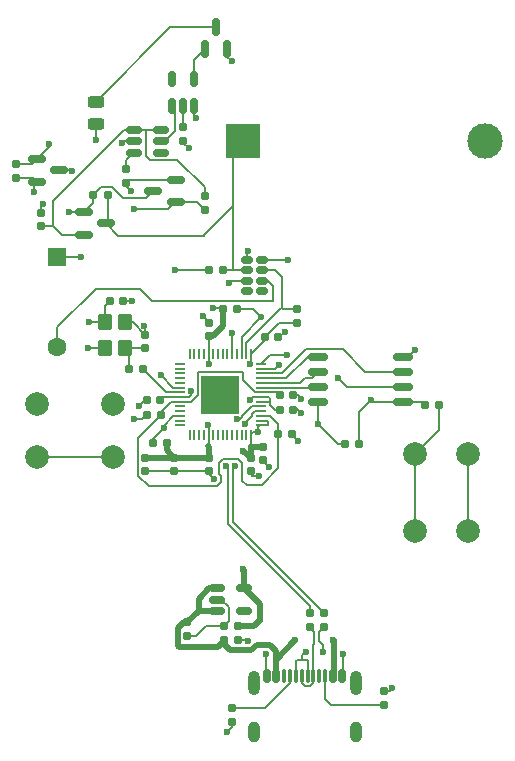
<source format=gbr>
%TF.GenerationSoftware,KiCad,Pcbnew,9.0.2*%
%TF.CreationDate,2025-07-31T20:28:33-07:00*%
%TF.ProjectId,TimeCapsule,54696d65-4361-4707-9375-6c652e6b6963,rev?*%
%TF.SameCoordinates,Original*%
%TF.FileFunction,Copper,L1,Top*%
%TF.FilePolarity,Positive*%
%FSLAX46Y46*%
G04 Gerber Fmt 4.6, Leading zero omitted, Abs format (unit mm)*
G04 Created by KiCad (PCBNEW 9.0.2) date 2025-07-31 20:28:33*
%MOMM*%
%LPD*%
G01*
G04 APERTURE LIST*
G04 Aperture macros list*
%AMRoundRect*
0 Rectangle with rounded corners*
0 $1 Rounding radius*
0 $2 $3 $4 $5 $6 $7 $8 $9 X,Y pos of 4 corners*
0 Add a 4 corners polygon primitive as box body*
4,1,4,$2,$3,$4,$5,$6,$7,$8,$9,$2,$3,0*
0 Add four circle primitives for the rounded corners*
1,1,$1+$1,$2,$3*
1,1,$1+$1,$4,$5*
1,1,$1+$1,$6,$7*
1,1,$1+$1,$8,$9*
0 Add four rect primitives between the rounded corners*
20,1,$1+$1,$2,$3,$4,$5,0*
20,1,$1+$1,$4,$5,$6,$7,0*
20,1,$1+$1,$6,$7,$8,$9,0*
20,1,$1+$1,$8,$9,$2,$3,0*%
G04 Aperture macros list end*
%TA.AperFunction,SMDPad,CuDef*%
%ADD10RoundRect,0.150000X-0.587500X-0.150000X0.587500X-0.150000X0.587500X0.150000X-0.587500X0.150000X0*%
%TD*%
%TA.AperFunction,SMDPad,CuDef*%
%ADD11RoundRect,0.150000X0.587500X0.150000X-0.587500X0.150000X-0.587500X-0.150000X0.587500X-0.150000X0*%
%TD*%
%TA.AperFunction,SMDPad,CuDef*%
%ADD12RoundRect,0.160000X-0.160000X0.197500X-0.160000X-0.197500X0.160000X-0.197500X0.160000X0.197500X0*%
%TD*%
%TA.AperFunction,ComponentPad*%
%ADD13C,2.000000*%
%TD*%
%TA.AperFunction,SMDPad,CuDef*%
%ADD14RoundRect,0.160000X0.197500X0.160000X-0.197500X0.160000X-0.197500X-0.160000X0.197500X-0.160000X0*%
%TD*%
%TA.AperFunction,ComponentPad*%
%ADD15RoundRect,0.250000X-0.550000X0.550000X-0.550000X-0.550000X0.550000X-0.550000X0.550000X0.550000X0*%
%TD*%
%TA.AperFunction,ComponentPad*%
%ADD16C,1.600000*%
%TD*%
%TA.AperFunction,SMDPad,CuDef*%
%ADD17RoundRect,0.155000X-0.155000X0.212500X-0.155000X-0.212500X0.155000X-0.212500X0.155000X0.212500X0*%
%TD*%
%TA.AperFunction,SMDPad,CuDef*%
%ADD18RoundRect,0.150000X-0.512500X-0.150000X0.512500X-0.150000X0.512500X0.150000X-0.512500X0.150000X0*%
%TD*%
%TA.AperFunction,SMDPad,CuDef*%
%ADD19RoundRect,0.155000X0.212500X0.155000X-0.212500X0.155000X-0.212500X-0.155000X0.212500X-0.155000X0*%
%TD*%
%TA.AperFunction,SMDPad,CuDef*%
%ADD20RoundRect,0.160000X0.160000X-0.197500X0.160000X0.197500X-0.160000X0.197500X-0.160000X-0.197500X0*%
%TD*%
%TA.AperFunction,SMDPad,CuDef*%
%ADD21RoundRect,0.050000X-0.050000X0.387500X-0.050000X-0.387500X0.050000X-0.387500X0.050000X0.387500X0*%
%TD*%
%TA.AperFunction,SMDPad,CuDef*%
%ADD22RoundRect,0.050000X-0.387500X0.050000X-0.387500X-0.050000X0.387500X-0.050000X0.387500X0.050000X0*%
%TD*%
%TA.AperFunction,HeatsinkPad*%
%ADD23R,3.200000X3.200000*%
%TD*%
%TA.AperFunction,SMDPad,CuDef*%
%ADD24RoundRect,0.155000X0.155000X-0.212500X0.155000X0.212500X-0.155000X0.212500X-0.155000X-0.212500X0*%
%TD*%
%TA.AperFunction,SMDPad,CuDef*%
%ADD25RoundRect,0.160000X-0.197500X-0.160000X0.197500X-0.160000X0.197500X0.160000X-0.197500X0.160000X0*%
%TD*%
%TA.AperFunction,SMDPad,CuDef*%
%ADD26RoundRect,0.162500X0.650000X0.162500X-0.650000X0.162500X-0.650000X-0.162500X0.650000X-0.162500X0*%
%TD*%
%TA.AperFunction,SMDPad,CuDef*%
%ADD27RoundRect,0.162500X0.312500X0.162500X-0.312500X0.162500X-0.312500X-0.162500X0.312500X-0.162500X0*%
%TD*%
%TA.AperFunction,SMDPad,CuDef*%
%ADD28RoundRect,0.150000X0.150000X-0.512500X0.150000X0.512500X-0.150000X0.512500X-0.150000X-0.512500X0*%
%TD*%
%TA.AperFunction,ComponentPad*%
%ADD29R,3.000000X3.000000*%
%TD*%
%TA.AperFunction,ComponentPad*%
%ADD30C,3.000000*%
%TD*%
%TA.AperFunction,SMDPad,CuDef*%
%ADD31RoundRect,0.243750X-0.456250X0.243750X-0.456250X-0.243750X0.456250X-0.243750X0.456250X0.243750X0*%
%TD*%
%TA.AperFunction,SMDPad,CuDef*%
%ADD32RoundRect,0.155000X-0.212500X-0.155000X0.212500X-0.155000X0.212500X0.155000X-0.212500X0.155000X0*%
%TD*%
%TA.AperFunction,SMDPad,CuDef*%
%ADD33RoundRect,0.250000X-0.350000X0.450000X-0.350000X-0.450000X0.350000X-0.450000X0.350000X0.450000X0*%
%TD*%
%TA.AperFunction,SMDPad,CuDef*%
%ADD34RoundRect,0.150000X0.150000X-0.587500X0.150000X0.587500X-0.150000X0.587500X-0.150000X-0.587500X0*%
%TD*%
%TA.AperFunction,SMDPad,CuDef*%
%ADD35RoundRect,0.150000X-0.150000X-0.425000X0.150000X-0.425000X0.150000X0.425000X-0.150000X0.425000X0*%
%TD*%
%TA.AperFunction,SMDPad,CuDef*%
%ADD36RoundRect,0.075000X-0.075000X-0.500000X0.075000X-0.500000X0.075000X0.500000X-0.075000X0.500000X0*%
%TD*%
%TA.AperFunction,HeatsinkPad*%
%ADD37O,1.000000X2.100000*%
%TD*%
%TA.AperFunction,HeatsinkPad*%
%ADD38O,1.000000X1.800000*%
%TD*%
%TA.AperFunction,ViaPad*%
%ADD39C,0.600000*%
%TD*%
%TA.AperFunction,Conductor*%
%ADD40C,0.200000*%
%TD*%
%TA.AperFunction,Conductor*%
%ADD41C,0.500000*%
%TD*%
%TA.AperFunction,Conductor*%
%ADD42C,0.150000*%
%TD*%
G04 APERTURE END LIST*
D10*
%TO.P,Q4,3,D*%
%TO.N,Net-(Q3-G)*%
X54875000Y-69450000D03*
%TO.P,Q4,2,S*%
%TO.N,GND*%
X53000000Y-70400000D03*
%TO.P,Q4,1,G*%
%TO.N,/BLINKER_RESET*%
X53000000Y-68500000D03*
%TD*%
D11*
%TO.P,Q3,1,G*%
%TO.N,Net-(Q3-G)*%
X64750000Y-72150000D03*
%TO.P,Q3,2,S*%
%TO.N,GND*%
X64750000Y-70250000D03*
%TO.P,Q3,3,D*%
%TO.N,Net-(D2-K)*%
X62875000Y-71200000D03*
%TD*%
D12*
%TO.P,R15,2*%
%TO.N,Net-(Q3-G)*%
X67250000Y-72847500D03*
%TO.P,R15,1*%
%TO.N,/V_BLINKER*%
X67250000Y-71652500D03*
%TD*%
D13*
%TO.P,SW2,1,1*%
%TO.N,GND*%
X53000000Y-89250000D03*
X59500000Y-89250000D03*
%TO.P,SW2,2,2*%
%TO.N,Net-(U1-RUN)*%
X53000000Y-93750000D03*
X59500000Y-93750000D03*
%TD*%
D12*
%TO.P,R16,1*%
%TO.N,/BLINKER_RESET*%
X51250000Y-68902500D03*
%TO.P,R16,2*%
%TO.N,GND*%
X51250000Y-70097500D03*
%TD*%
D14*
%TO.P,R14,1*%
%TO.N,+3V3*%
X64000000Y-92500000D03*
%TO.P,R14,2*%
%TO.N,Net-(U1-RUN)*%
X62805000Y-92500000D03*
%TD*%
D15*
%TO.P,D2,1,K*%
%TO.N,Net-(D2-K)*%
X54750000Y-76750000D03*
D16*
%TO.P,D2,2,A*%
%TO.N,/INT*%
X54750000Y-84370000D03*
%TD*%
D14*
%TO.P,R6,1*%
%TO.N,Net-(R6-Pad1)*%
X87095000Y-89300000D03*
%TO.P,R6,2*%
%TO.N,/QSPI_SS*%
X85900000Y-89300000D03*
%TD*%
%TO.P,R10,1*%
%TO.N,/BAT+*%
X58997500Y-71500000D03*
%TO.P,R10,2*%
%TO.N,Net-(D2-K)*%
X57802500Y-71500000D03*
%TD*%
D17*
%TO.P,C13,1*%
%TO.N,+5V*%
X65750000Y-107720000D03*
%TO.P,C13,2*%
%TO.N,Net-(U3-GND)*%
X65750000Y-108855000D03*
%TD*%
%TO.P,C1,1*%
%TO.N,+3V3*%
X62200000Y-93765000D03*
%TO.P,C1,2*%
%TO.N,GND*%
X62200000Y-94900000D03*
%TD*%
%TO.P,C7,1*%
%TO.N,+3V3*%
X72200000Y-92832500D03*
%TO.P,C7,2*%
%TO.N,GND*%
X72200000Y-93967500D03*
%TD*%
D18*
%TO.P,U2,1,VDD*%
%TO.N,/V_BLINKER*%
X61225000Y-66050000D03*
%TO.P,U2,2,GND*%
%TO.N,GND*%
X61225000Y-67000000D03*
%TO.P,U2,3,DELAY/M_DRV*%
%TO.N,Net-(U2-DELAY{slash}M_DRV)*%
X61225000Y-67950000D03*
%TO.P,U2,4,DONE*%
%TO.N,unconnected-(U2-DONE-Pad4)*%
X63500000Y-67950000D03*
%TO.P,U2,5,DRV*%
%TO.N,Net-(U2-DRV)*%
X63500000Y-67000000D03*
%TO.P,U2,6,EN/ONE_SHOT*%
%TO.N,/V_BLINKER*%
X63500000Y-66050000D03*
%TD*%
D19*
%TO.P,C3,1*%
%TO.N,+3V3*%
X63467500Y-88900000D03*
%TO.P,C3,2*%
%TO.N,GND*%
X62332500Y-88900000D03*
%TD*%
D17*
%TO.P,C17,1*%
%TO.N,GND*%
X53400000Y-73065000D03*
%TO.P,C17,2*%
%TO.N,/V_BLINKER*%
X53400000Y-74200000D03*
%TD*%
D19*
%TO.P,C16,1*%
%TO.N,GND*%
X60335000Y-80500000D03*
%TO.P,C16,2*%
%TO.N,/XIN*%
X59200000Y-80500000D03*
%TD*%
D20*
%TO.P,R3,1*%
%TO.N,/D+*%
X76100000Y-108102500D03*
%TO.P,R3,2*%
%TO.N,Net-(U1-USB_DP)*%
X76100000Y-106907500D03*
%TD*%
D21*
%TO.P,U1,1,IOVDD*%
%TO.N,+3V3*%
X71150000Y-85000000D03*
%TO.P,U1,2,GPIO0*%
%TO.N,/I2C0_SCL*%
X70750000Y-85000000D03*
%TO.P,U1,3,GPIO1*%
%TO.N,/I2C0_SDA*%
X70350000Y-85000000D03*
%TO.P,U1,4,GPIO2*%
%TO.N,/GPIO2*%
X69950000Y-85000000D03*
%TO.P,U1,5,GPIO3*%
%TO.N,/BLINKER_RESET*%
X69550000Y-85000000D03*
%TO.P,U1,6,GPIO4*%
%TO.N,unconnected-(U1-GPIO4-Pad6)*%
X69150000Y-85000000D03*
%TO.P,U1,7,GPIO5*%
%TO.N,unconnected-(U1-GPIO5-Pad7)*%
X68750000Y-85000000D03*
%TO.P,U1,8,GPIO6*%
%TO.N,unconnected-(U1-GPIO6-Pad8)*%
X68350000Y-85000000D03*
%TO.P,U1,9,GPIO7*%
%TO.N,unconnected-(U1-GPIO7-Pad9)*%
X67950000Y-85000000D03*
%TO.P,U1,10,IOVDD*%
%TO.N,+3V3*%
X67550000Y-85000000D03*
%TO.P,U1,11,GPIO8*%
%TO.N,unconnected-(U1-GPIO8-Pad11)*%
X67150000Y-85000000D03*
%TO.P,U1,12,GPIO9*%
%TO.N,unconnected-(U1-GPIO9-Pad12)*%
X66750000Y-85000000D03*
%TO.P,U1,13,GPIO10*%
%TO.N,unconnected-(U1-GPIO10-Pad13)*%
X66350000Y-85000000D03*
%TO.P,U1,14,GPIO11*%
%TO.N,unconnected-(U1-GPIO11-Pad14)*%
X65950000Y-85000000D03*
D22*
%TO.P,U1,15,GPIO12*%
%TO.N,unconnected-(U1-GPIO12-Pad15)*%
X65112500Y-85837500D03*
%TO.P,U1,16,GPIO13*%
%TO.N,unconnected-(U1-GPIO13-Pad16)*%
X65112500Y-86237500D03*
%TO.P,U1,17,GPIO14*%
%TO.N,unconnected-(U1-GPIO14-Pad17)*%
X65112500Y-86637500D03*
%TO.P,U1,18,GPIO15*%
%TO.N,unconnected-(U1-GPIO15-Pad18)*%
X65112500Y-87037500D03*
%TO.P,U1,19,TESTEN*%
%TO.N,unconnected-(U1-TESTEN-Pad19)*%
X65112500Y-87437500D03*
%TO.P,U1,20,XIN*%
%TO.N,/XIN*%
X65112500Y-87837500D03*
%TO.P,U1,21,XOUT*%
%TO.N,/XOUT*%
X65112500Y-88237500D03*
%TO.P,U1,22,IOVDD*%
%TO.N,+3V3*%
X65112500Y-88637500D03*
%TO.P,U1,23,DVDD*%
%TO.N,+1V1*%
X65112500Y-89037500D03*
%TO.P,U1,24,SWCLK*%
%TO.N,unconnected-(U1-SWCLK-Pad24)*%
X65112500Y-89437500D03*
%TO.P,U1,25,SWD*%
%TO.N,unconnected-(U1-SWD-Pad25)*%
X65112500Y-89837500D03*
%TO.P,U1,26,RUN*%
%TO.N,Net-(U1-RUN)*%
X65112500Y-90237500D03*
%TO.P,U1,27,GPIO16*%
%TO.N,unconnected-(U1-GPIO16-Pad27)*%
X65112500Y-90637500D03*
%TO.P,U1,28,GPIO17*%
%TO.N,unconnected-(U1-GPIO17-Pad28)*%
X65112500Y-91037500D03*
D21*
%TO.P,U1,29,GPIO18*%
%TO.N,unconnected-(U1-GPIO18-Pad29)*%
X65950000Y-91875000D03*
%TO.P,U1,30,GPIO19*%
%TO.N,unconnected-(U1-GPIO19-Pad30)*%
X66350000Y-91875000D03*
%TO.P,U1,31,GPIO20*%
%TO.N,unconnected-(U1-GPIO20-Pad31)*%
X66750000Y-91875000D03*
%TO.P,U1,32,GPIO21*%
%TO.N,unconnected-(U1-GPIO21-Pad32)*%
X67150000Y-91875000D03*
%TO.P,U1,33,IOVDD*%
%TO.N,+3V3*%
X67550000Y-91875000D03*
%TO.P,U1,34,GPIO22*%
%TO.N,unconnected-(U1-GPIO22-Pad34)*%
X67950000Y-91875000D03*
%TO.P,U1,35,GPIO23*%
%TO.N,unconnected-(U1-GPIO23-Pad35)*%
X68350000Y-91875000D03*
%TO.P,U1,36,GPIO24*%
%TO.N,unconnected-(U1-GPIO24-Pad36)*%
X68750000Y-91875000D03*
%TO.P,U1,37,GPIO25*%
%TO.N,unconnected-(U1-GPIO25-Pad37)*%
X69150000Y-91875000D03*
%TO.P,U1,38,GPIO26_ADC0*%
%TO.N,unconnected-(U1-GPIO26_ADC0-Pad38)*%
X69550000Y-91875000D03*
%TO.P,U1,39,GPIO27_ADC1*%
%TO.N,unconnected-(U1-GPIO27_ADC1-Pad39)*%
X69950000Y-91875000D03*
%TO.P,U1,40,GPIO28_ADC2*%
%TO.N,unconnected-(U1-GPIO28_ADC2-Pad40)*%
X70350000Y-91875000D03*
%TO.P,U1,41,GPIO29_ADC3*%
%TO.N,unconnected-(U1-GPIO29_ADC3-Pad41)*%
X70750000Y-91875000D03*
%TO.P,U1,42,IOVDD*%
%TO.N,+3V3*%
X71150000Y-91875000D03*
D22*
%TO.P,U1,43,ADC_AVDD*%
X71987500Y-91037500D03*
%TO.P,U1,44,VREG_IN*%
X71987500Y-90637500D03*
%TO.P,U1,45,VREG_VOUT*%
%TO.N,+1V1*%
X71987500Y-90237500D03*
%TO.P,U1,46,USB_DM*%
%TO.N,Net-(U1-USB_DM)*%
X71987500Y-89837500D03*
%TO.P,U1,47,USB_DP*%
%TO.N,Net-(U1-USB_DP)*%
X71987500Y-89437500D03*
%TO.P,U1,48,USB_VDD*%
%TO.N,+3V3*%
X71987500Y-89037500D03*
%TO.P,U1,49,IOVDD*%
X71987500Y-88637500D03*
%TO.P,U1,50,DVDD*%
%TO.N,+1V1*%
X71987500Y-88237500D03*
%TO.P,U1,51,QSPI_SD3*%
%TO.N,/QSPI_SD3*%
X71987500Y-87837500D03*
%TO.P,U1,52,QSPI_SCLK*%
%TO.N,/QSPI_SCLK*%
X71987500Y-87437500D03*
%TO.P,U1,53,QSPI_SD0*%
%TO.N,/QSPI_SD0*%
X71987500Y-87037500D03*
%TO.P,U1,54,QSPI_SD2*%
%TO.N,/QSPI_SD2*%
X71987500Y-86637500D03*
%TO.P,U1,55,QSPI_SD1*%
%TO.N,/QSPI_SD1*%
X71987500Y-86237500D03*
%TO.P,U1,56,QSPI_SS*%
%TO.N,/QSPI_SS*%
X71987500Y-85837500D03*
D23*
%TO.P,U1,57,GND*%
%TO.N,GND*%
X68550000Y-88437500D03*
%TD*%
D13*
%TO.P,SW1,1,1*%
%TO.N,GND*%
X89500000Y-93500000D03*
X89500000Y-100000000D03*
%TO.P,SW1,2,2*%
%TO.N,Net-(R6-Pad1)*%
X85000000Y-93500000D03*
X85000000Y-100000000D03*
%TD*%
D17*
%TO.P,C5,1*%
%TO.N,+3V3*%
X71100000Y-93800000D03*
%TO.P,C5,2*%
%TO.N,GND*%
X71100000Y-94935000D03*
%TD*%
%TO.P,C2,1*%
%TO.N,+3V3*%
X64600000Y-93765000D03*
%TO.P,C2,2*%
%TO.N,GND*%
X64600000Y-94900000D03*
%TD*%
D24*
%TO.P,C14,1*%
%TO.N,+3V3*%
X67600000Y-83500000D03*
%TO.P,C14,2*%
%TO.N,GND*%
X67600000Y-82365000D03*
%TD*%
D25*
%TO.P,R5,1*%
%TO.N,+3V3*%
X79100000Y-92600000D03*
%TO.P,R5,2*%
%TO.N,/QSPI_SS*%
X80295000Y-92600000D03*
%TD*%
D20*
%TO.P,R2,1*%
%TO.N,Net-(J1-CC2)*%
X82400000Y-114700000D03*
%TO.P,R2,2*%
%TO.N,GND*%
X82400000Y-113505000D03*
%TD*%
D26*
%TO.P,U5,1,~{CS}*%
%TO.N,/QSPI_SS*%
X83975000Y-89040000D03*
%TO.P,U5,2,DO/IO_{1}*%
%TO.N,/QSPI_SD1*%
X83975000Y-87770000D03*
%TO.P,U5,3,~{WP}/IO_{2}*%
%TO.N,/QSPI_SD2*%
X83975000Y-86500000D03*
%TO.P,U5,4,GND*%
%TO.N,GND*%
X83975000Y-85230000D03*
%TO.P,U5,5,DI/IO_{0}*%
%TO.N,/QSPI_SD0*%
X76800000Y-85230000D03*
%TO.P,U5,6,CLK*%
%TO.N,/QSPI_SCLK*%
X76800000Y-86500000D03*
%TO.P,U5,7,~{HOLD}/~{RESET}/IO_{3}*%
%TO.N,/QSPI_SD3*%
X76800000Y-87770000D03*
%TO.P,U5,8,VCC*%
%TO.N,+3V3*%
X76800000Y-89040000D03*
%TD*%
D20*
%TO.P,R4,1*%
%TO.N,/D-*%
X77300000Y-108100000D03*
%TO.P,R4,2*%
%TO.N,Net-(U1-USB_DM)*%
X77300000Y-106905000D03*
%TD*%
D19*
%TO.P,C11,1*%
%TO.N,+1V1*%
X63500000Y-90200000D03*
%TO.P,C11,2*%
%TO.N,GND*%
X62365000Y-90200000D03*
%TD*%
D27*
%TO.P,U4,1,CLKOUT*%
%TO.N,unconnected-(U4-CLKOUT-Pad1)*%
X72100000Y-79700000D03*
%TO.P,U4,2,~{INT}*%
%TO.N,/INT*%
X72100000Y-78800000D03*
%TO.P,U4,3,SCL*%
%TO.N,/I2C0_SCL*%
X72100000Y-77900000D03*
%TO.P,U4,4,SDA*%
%TO.N,/I2C0_SDA*%
X72100000Y-77000000D03*
%TO.P,U4,5,VSS*%
%TO.N,GND*%
X70800000Y-77000000D03*
%TO.P,U4,6,VBACKUP*%
%TO.N,/BAT+*%
X70800000Y-77900000D03*
%TO.P,U4,7,VDD*%
%TO.N,+3V3*%
X70800000Y-78800000D03*
%TO.P,U4,8,EVI*%
%TO.N,unconnected-(U4-EVI-Pad8)*%
X70800000Y-79700000D03*
%TD*%
D28*
%TO.P,U6,1*%
%TO.N,Net-(U2-DRV)*%
X64412500Y-63987500D03*
%TO.P,U6,2*%
%TO.N,/RP2040_LED_CTRL*%
X65362500Y-63987500D03*
%TO.P,U6,3,GND*%
%TO.N,GND*%
X66312500Y-63987500D03*
%TO.P,U6,4*%
%TO.N,Net-(Q2-G)*%
X66312500Y-61712500D03*
%TO.P,U6,5,VCC*%
%TO.N,+BATT*%
X64412500Y-61712500D03*
%TD*%
D25*
%TO.P,R7,1*%
%TO.N,Net-(C15-Pad2)*%
X60805000Y-86300000D03*
%TO.P,R7,2*%
%TO.N,/XOUT*%
X62000000Y-86300000D03*
%TD*%
D10*
%TO.P,Q1,1,G*%
%TO.N,Net-(D2-K)*%
X57000000Y-73000000D03*
%TO.P,Q1,2,S*%
%TO.N,/V_BLINKER*%
X57000000Y-74900000D03*
%TO.P,Q1,3,D*%
%TO.N,/BAT+*%
X58875000Y-73950000D03*
%TD*%
D18*
%TO.P,U3,1,VIN*%
%TO.N,+5V*%
X68284556Y-104850000D03*
%TO.P,U3,2,GND*%
%TO.N,Net-(U3-GND)*%
X68284556Y-105800000D03*
%TO.P,U3,3,EN*%
%TO.N,+5V*%
X68284556Y-106750000D03*
%TO.P,U3,4,NC*%
%TO.N,unconnected-(U3-NC-Pad4)*%
X70559556Y-106750000D03*
%TO.P,U3,5,VOUT*%
%TO.N,+3V3*%
X70559556Y-104850000D03*
%TD*%
D29*
%TO.P,BT1,1,+*%
%TO.N,/BAT+*%
X70500000Y-67000000D03*
D30*
%TO.P,BT1,2,-*%
%TO.N,GND*%
X90990000Y-67000000D03*
%TD*%
D31*
%TO.P,D1,1,K*%
%TO.N,Net-(D1-K)*%
X58000000Y-63625000D03*
%TO.P,D1,2,A*%
%TO.N,Net-(D1-A)*%
X58000000Y-65500000D03*
%TD*%
D32*
%TO.P,C8,1*%
%TO.N,+3V3*%
X73600000Y-89700000D03*
%TO.P,C8,2*%
%TO.N,GND*%
X74735000Y-89700000D03*
%TD*%
D12*
%TO.P,R1,1*%
%TO.N,Net-(J1-CC1)*%
X69500000Y-115002500D03*
%TO.P,R1,2*%
%TO.N,GND*%
X69500000Y-116197500D03*
%TD*%
D33*
%TO.P,Y1,1*%
%TO.N,/XIN*%
X58800000Y-82300000D03*
%TO.P,Y1,2,GND*%
%TO.N,GND*%
X58800000Y-84500000D03*
%TO.P,Y1,3*%
%TO.N,Net-(C15-Pad2)*%
X60500000Y-84500000D03*
%TO.P,Y1,4,GND__1*%
%TO.N,GND*%
X60500000Y-82300000D03*
%TD*%
D32*
%TO.P,C12,1*%
%TO.N,+5V*%
X68865000Y-109250000D03*
%TO.P,C12,2*%
%TO.N,GND*%
X70000000Y-109250000D03*
%TD*%
%TO.P,C9,1*%
%TO.N,+1V1*%
X73602500Y-88512500D03*
%TO.P,C9,2*%
%TO.N,GND*%
X74737500Y-88512500D03*
%TD*%
%TO.P,C4,1*%
%TO.N,+3V3*%
X72300000Y-83600000D03*
%TO.P,C4,2*%
%TO.N,GND*%
X73435000Y-83600000D03*
%TD*%
D17*
%TO.P,C15,1*%
%TO.N,GND*%
X62200000Y-83365000D03*
%TO.P,C15,2*%
%TO.N,Net-(C15-Pad2)*%
X62200000Y-84500000D03*
%TD*%
%TO.P,C6,1*%
%TO.N,+3V3*%
X67600000Y-93800000D03*
%TO.P,C6,2*%
%TO.N,GND*%
X67600000Y-94935000D03*
%TD*%
D20*
%TO.P,R8,1*%
%TO.N,+3V3*%
X75000000Y-82397500D03*
%TO.P,R8,2*%
%TO.N,/I2C0_SCL*%
X75000000Y-81202500D03*
%TD*%
%TO.P,R11,1*%
%TO.N,GND*%
X60600000Y-70495000D03*
%TO.P,R11,2*%
%TO.N,Net-(U2-DELAY{slash}M_DRV)*%
X60600000Y-69300000D03*
%TD*%
%TO.P,R12,1*%
%TO.N,GND*%
X65400000Y-66995000D03*
%TO.P,R12,2*%
%TO.N,/RP2040_LED_CTRL*%
X65400000Y-65800000D03*
%TD*%
D14*
%TO.P,R9,1*%
%TO.N,/I2C0_SDA*%
X69995000Y-81200000D03*
%TO.P,R9,2*%
%TO.N,+3V3*%
X68800000Y-81200000D03*
%TD*%
D34*
%TO.P,Q2,1,G*%
%TO.N,Net-(Q2-G)*%
X67250000Y-59175000D03*
%TO.P,Q2,2,S*%
%TO.N,GND*%
X69150000Y-59175000D03*
%TO.P,Q2,3,D*%
%TO.N,Net-(D1-K)*%
X68200000Y-57300000D03*
%TD*%
D35*
%TO.P,J1,A1,GND*%
%TO.N,GND*%
X72480000Y-112270000D03*
%TO.P,J1,A4,VBUS*%
%TO.N,+5V*%
X73280000Y-112270000D03*
D36*
%TO.P,J1,A5,CC1*%
%TO.N,Net-(J1-CC1)*%
X74430000Y-112270000D03*
%TO.P,J1,A6,D+*%
%TO.N,/D+*%
X75430000Y-112270000D03*
%TO.P,J1,A7,D-*%
%TO.N,/D-*%
X75930000Y-112270000D03*
%TO.P,J1,A8*%
%TO.N,N/C*%
X76930000Y-112270000D03*
D35*
%TO.P,J1,A9,VBUS*%
%TO.N,+5V*%
X78080000Y-112270000D03*
%TO.P,J1,A12,GND*%
%TO.N,GND*%
X78880000Y-112270000D03*
%TO.P,J1,B1,GND*%
X78880000Y-112270000D03*
%TO.P,J1,B4,VBUS*%
%TO.N,+5V*%
X78080000Y-112270000D03*
D36*
%TO.P,J1,B5,CC2*%
%TO.N,Net-(J1-CC2)*%
X77430000Y-112270000D03*
%TO.P,J1,B6,D+*%
%TO.N,/D+*%
X76430000Y-112270000D03*
%TO.P,J1,B7,D-*%
%TO.N,/D-*%
X74930000Y-112270000D03*
%TO.P,J1,B8*%
%TO.N,N/C*%
X73930000Y-112270000D03*
D35*
%TO.P,J1,B9,VBUS*%
%TO.N,+5V*%
X73280000Y-112270000D03*
%TO.P,J1,B12,GND*%
%TO.N,GND*%
X72480000Y-112270000D03*
D37*
%TO.P,J1,S1,SHIELD*%
%TO.N,unconnected-(J1-SHIELD-PadS1)*%
X71360000Y-112845000D03*
D38*
X71360000Y-117025000D03*
D37*
X80000000Y-112845000D03*
D38*
X80000000Y-117025000D03*
%TD*%
D19*
%TO.P,C18,1*%
%TO.N,+3V3*%
X70000000Y-108000000D03*
%TO.P,C18,2*%
%TO.N,Net-(U3-GND)*%
X68865000Y-108000000D03*
%TD*%
D32*
%TO.P,C10,1*%
%TO.N,+1V1*%
X73465000Y-91800000D03*
%TO.P,C10,2*%
%TO.N,GND*%
X74600000Y-91800000D03*
%TD*%
D14*
%TO.P,R13,1*%
%TO.N,/BAT+*%
X68800000Y-77900000D03*
%TO.P,R13,2*%
%TO.N,Net-(D1-A)*%
X67605000Y-77900000D03*
%TD*%
D39*
%TO.N,/BLINKER_RESET*%
X54000000Y-67250000D03*
X69500000Y-83250000D03*
%TO.N,GND*%
X52750000Y-71250000D03*
%TO.N,Net-(Q3-G)*%
X61250000Y-72750000D03*
X56000000Y-69500000D03*
%TO.N,Net-(D2-K)*%
X55750000Y-73000000D03*
X56750000Y-76750000D03*
%TO.N,Net-(U1-RUN)*%
X63750000Y-91250000D03*
%TO.N,Net-(D1-A)*%
X64700000Y-77900000D03*
X58000000Y-66900000D03*
%TO.N,/QSPI_SS*%
X74200000Y-85100000D03*
X81300000Y-88900000D03*
%TO.N,/I2C0_SDA*%
X72000000Y-81900000D03*
X74300000Y-77000000D03*
%TO.N,+3V3*%
X67900000Y-81100000D03*
X69300000Y-79000000D03*
X70500000Y-103200000D03*
X71050001Y-85878304D03*
X67538436Y-91053254D03*
X70500000Y-93200000D03*
X66049000Y-88101000D03*
X67549820Y-85812840D03*
X71035627Y-88864326D03*
X76800000Y-90900000D03*
X71700000Y-91570000D03*
%TO.N,/XIN*%
X63500000Y-86800000D03*
X57400000Y-82300000D03*
%TO.N,/QSPI_SD1*%
X73500000Y-85900000D03*
X78500000Y-87000000D03*
%TO.N,GND*%
X75400000Y-88800000D03*
X70900000Y-109300000D03*
X65900000Y-67600000D03*
X75387500Y-89987500D03*
X74000000Y-83100000D03*
X69100000Y-117000000D03*
X83100000Y-113300000D03*
X62100000Y-82600000D03*
X75100000Y-92400000D03*
X72700000Y-94600000D03*
X68600000Y-88500000D03*
X66500000Y-65000000D03*
X67100000Y-81800000D03*
X85000000Y-84700000D03*
X61700000Y-89400000D03*
X53500000Y-72300000D03*
X61250000Y-90500000D03*
X60200000Y-67100000D03*
X57300000Y-84500000D03*
X78900000Y-110400000D03*
X61000000Y-71200000D03*
X72400000Y-110400000D03*
X61100000Y-80500000D03*
X68000000Y-95600000D03*
X70900000Y-76300000D03*
X71800000Y-95350000D03*
X69500000Y-60200000D03*
%TO.N,/D-*%
X75800000Y-110200000D03*
X77200000Y-110200000D03*
%TO.N,+5V*%
X78100000Y-109200000D03*
X74900000Y-109200000D03*
%TO.N,Net-(U1-USB_DP)*%
X69932607Y-90537500D03*
X69000000Y-94500000D03*
%TO.N,Net-(U1-USB_DM)*%
X70622332Y-90942819D03*
X69800000Y-94500000D03*
%TD*%
D40*
%TO.N,/INT*%
X54750000Y-84370000D02*
X54750000Y-82750000D01*
X58000000Y-79500000D02*
X61750000Y-79500000D01*
X54750000Y-82750000D02*
X58000000Y-79500000D01*
X61750000Y-79500000D02*
X62750000Y-80500000D01*
X73000000Y-80500000D02*
X62750000Y-80500000D01*
X72100000Y-78800000D02*
X72574999Y-78800000D01*
X72574999Y-78800000D02*
X73000000Y-79225001D01*
X73000000Y-79225001D02*
X73000000Y-80500000D01*
%TO.N,/BLINKER_RESET*%
X54000000Y-67250000D02*
X54000000Y-67500000D01*
X54000000Y-67500000D02*
X53000000Y-68500000D01*
X69550000Y-85000000D02*
X69550000Y-83300000D01*
X69550000Y-83300000D02*
X69500000Y-83250000D01*
%TO.N,GND*%
X52750000Y-71250000D02*
X52750000Y-70500000D01*
X52750000Y-70500000D02*
X52850000Y-70400000D01*
X52850000Y-70400000D02*
X53000000Y-70400000D01*
X51250000Y-70097500D02*
X52697500Y-70097500D01*
X52697500Y-70097500D02*
X53000000Y-70400000D01*
%TO.N,/BLINKER_RESET*%
X51250000Y-68902500D02*
X52597500Y-68902500D01*
X52597500Y-68902500D02*
X53000000Y-68500000D01*
%TO.N,Net-(Q3-G)*%
X61250000Y-72750000D02*
X64150000Y-72750000D01*
X64150000Y-72750000D02*
X64750000Y-72150000D01*
X55950000Y-69450000D02*
X56000000Y-69500000D01*
X54625000Y-69450000D02*
X55950000Y-69450000D01*
X64750000Y-72150000D02*
X66552500Y-72150000D01*
X66552500Y-72150000D02*
X67250000Y-72847500D01*
%TO.N,Net-(D2-K)*%
X59390386Y-70879000D02*
X60312386Y-71801000D01*
X60312386Y-71801000D02*
X62274000Y-71801000D01*
X62274000Y-71801000D02*
X62875000Y-71200000D01*
%TO.N,/V_BLINKER*%
X61225000Y-66050000D02*
X62250000Y-66050000D01*
X67250000Y-71652500D02*
X67250000Y-70900057D01*
X67250000Y-70900057D02*
X64900943Y-68551000D01*
X64900943Y-68551000D02*
X62551000Y-68551000D01*
X62250000Y-68250000D02*
X62250000Y-66050000D01*
X62551000Y-68551000D02*
X62250000Y-68250000D01*
%TO.N,Net-(D2-K)*%
X59390386Y-70879000D02*
X58423500Y-70879000D01*
X58423500Y-70879000D02*
X58086050Y-71216450D01*
X54750000Y-76750000D02*
X56750000Y-76750000D01*
X55750000Y-73000000D02*
X56599000Y-73000000D01*
D41*
%TO.N,+3V3*%
X64000000Y-92500000D02*
X64000000Y-93165000D01*
X64000000Y-93165000D02*
X64600000Y-93765000D01*
D40*
%TO.N,Net-(U1-RUN)*%
X62805000Y-92500000D02*
X62805000Y-92195000D01*
X62805000Y-92195000D02*
X63750000Y-91250000D01*
%TO.N,GND*%
X62200000Y-90200000D02*
X61900000Y-90500000D01*
X61900000Y-90500000D02*
X61250000Y-90500000D01*
%TO.N,Net-(U1-RUN)*%
X63750000Y-91250000D02*
X63750000Y-91064726D01*
X63750000Y-91064726D02*
X64577226Y-90237500D01*
X64577226Y-90237500D02*
X65112500Y-90237500D01*
X53000000Y-93750000D02*
X59500000Y-93750000D01*
%TO.N,Net-(D1-K)*%
X58000000Y-63625000D02*
X64325000Y-57300000D01*
X64325000Y-57300000D02*
X68200000Y-57300000D01*
%TO.N,Net-(D1-A)*%
X58000000Y-65500000D02*
X58000000Y-66900000D01*
X64700000Y-77900000D02*
X67605000Y-77900000D01*
%TO.N,/QSPI_SS*%
X81300000Y-88900000D02*
X81440000Y-89040000D01*
X83975000Y-89040000D02*
X85640000Y-89040000D01*
X72725000Y-85100000D02*
X74200000Y-85100000D01*
X71987500Y-85837500D02*
X72725000Y-85100000D01*
X80295000Y-89905000D02*
X81300000Y-88900000D01*
X80295000Y-92600000D02*
X80295000Y-89905000D01*
X85640000Y-89040000D02*
X85900000Y-89300000D01*
X81440000Y-89040000D02*
X83975000Y-89040000D01*
%TO.N,/QSPI_SD0*%
X74122464Y-87037500D02*
X71987500Y-87037500D01*
X75929964Y-85230000D02*
X74122464Y-87037500D01*
X76800000Y-85230000D02*
X75929964Y-85230000D01*
%TO.N,+1V1*%
X68601000Y-95351057D02*
X68601000Y-95848943D01*
X70048943Y-93899000D02*
X68751057Y-93899000D01*
X66091246Y-89037500D02*
X65112500Y-89037500D01*
X71452226Y-88237500D02*
X70451000Y-87236274D01*
X70401000Y-94251057D02*
X70048943Y-93899000D01*
X68399000Y-94251057D02*
X68399000Y-95149057D01*
X66649000Y-88479746D02*
X66091246Y-89037500D01*
X66649000Y-86536500D02*
X66649000Y-88479746D01*
X70775999Y-96100000D02*
X70401000Y-95725001D01*
X72049943Y-96100000D02*
X70775999Y-96100000D01*
X68751057Y-93899000D02*
X68399000Y-94251057D01*
D42*
X63500000Y-90200000D02*
X63500000Y-90150080D01*
D40*
X68248943Y-96201000D02*
X62484324Y-96201000D01*
X62484324Y-96201000D02*
X61589000Y-95305676D01*
X68601000Y-95848943D02*
X68248943Y-96201000D01*
X63500000Y-89890000D02*
X64352500Y-89037500D01*
X70401000Y-95725001D02*
X70401000Y-94251057D01*
X70451000Y-86536500D02*
X66649000Y-86536500D01*
X71987500Y-88237500D02*
X73327500Y-88237500D01*
X72737500Y-90237500D02*
X73465000Y-90965000D01*
X73465000Y-94684943D02*
X72049943Y-96100000D01*
X73465000Y-90965000D02*
X73465000Y-91800000D01*
X68399000Y-95149057D02*
X68601000Y-95351057D01*
X61589000Y-92111000D02*
X63500000Y-90200000D01*
X71987500Y-90237500D02*
X72737500Y-90237500D01*
X63500000Y-90200000D02*
X63500000Y-89890000D01*
X73327500Y-88237500D02*
X73602500Y-88512500D01*
X73465000Y-91800000D02*
X73465000Y-94684943D01*
X61589000Y-95305676D02*
X61589000Y-92111000D01*
X64352500Y-89037500D02*
X65112500Y-89037500D01*
X71987500Y-88237500D02*
X71452226Y-88237500D01*
X70451000Y-87236274D02*
X70451000Y-86536500D01*
%TO.N,/QSPI_SD2*%
X73762500Y-86637500D02*
X75800000Y-84600000D01*
X78900000Y-84600000D02*
X80800000Y-86500000D01*
X75800000Y-84600000D02*
X78900000Y-84600000D01*
X71987500Y-86637500D02*
X73762500Y-86637500D01*
X80800000Y-86500000D02*
X83975000Y-86500000D01*
%TO.N,/QSPI_SD3*%
X76732500Y-87837500D02*
X71987500Y-87837500D01*
D42*
X76800000Y-87770000D02*
X76732500Y-87837500D01*
D40*
%TO.N,/I2C0_SDA*%
X70350000Y-83550000D02*
X72000000Y-81900000D01*
D42*
X69995000Y-81200000D02*
X71300000Y-81200000D01*
D40*
X74300000Y-77000000D02*
X72100000Y-77000000D01*
X70350000Y-85000000D02*
X70350000Y-83550000D01*
D42*
X71300000Y-81200000D02*
X72000000Y-81900000D01*
D40*
%TO.N,/QSPI_SCLK*%
X71987500Y-87437500D02*
X75262500Y-87437500D01*
X75262500Y-87437500D02*
X75700000Y-87000000D01*
D42*
X76632864Y-86500000D02*
X76800000Y-86500000D01*
D40*
X76300000Y-87000000D02*
X76800000Y-86500000D01*
X75700000Y-87000000D02*
X76300000Y-87000000D01*
D41*
%TO.N,+3V3*%
X67910000Y-83500000D02*
X67600000Y-83500000D01*
D42*
X66049000Y-88101000D02*
X66050000Y-88102000D01*
X72300000Y-83850000D02*
X72300000Y-83600000D01*
X71150000Y-93750000D02*
X71100000Y-93800000D01*
X67600000Y-93750000D02*
X67550000Y-93700000D01*
D40*
X72600000Y-90700000D02*
X72537500Y-90637500D01*
X72774960Y-88774960D02*
X72774960Y-89100000D01*
D42*
X67900000Y-81100000D02*
X68700000Y-81100000D01*
D40*
X67550000Y-83550000D02*
X67550000Y-85000000D01*
X63730000Y-88637500D02*
X65112500Y-88637500D01*
X66050000Y-88102000D02*
X66050000Y-88511646D01*
D42*
X67550000Y-92750000D02*
X67500000Y-92800000D01*
D40*
X65924146Y-88637500D02*
X65112500Y-88637500D01*
X72774960Y-89325040D02*
X73149920Y-89700000D01*
X73502500Y-82397500D02*
X72300000Y-83600000D01*
D42*
X71700000Y-91570000D02*
X71700000Y-91200000D01*
X69500000Y-78800000D02*
X69300000Y-79000000D01*
D41*
X71132500Y-92832500D02*
X71100000Y-92800000D01*
X71900000Y-107600000D02*
X71800000Y-107600000D01*
X71100000Y-93800000D02*
X70500000Y-93200000D01*
X71100000Y-92800000D02*
X71100000Y-93800000D01*
D40*
X71050001Y-85878304D02*
X71150000Y-85778305D01*
X75000000Y-82397500D02*
X73502500Y-82397500D01*
D42*
X71862500Y-91037500D02*
X71987500Y-91037500D01*
X71150000Y-92750000D02*
X71100000Y-92800000D01*
D41*
X70559556Y-103259556D02*
X70500000Y-103200000D01*
D42*
X67600000Y-83500000D02*
X67550000Y-83550000D01*
D40*
X71150000Y-85000000D02*
X72300000Y-83850000D01*
D42*
X71330000Y-91570000D02*
X71150000Y-91750000D01*
D40*
X72712460Y-89037500D02*
X72774960Y-89100000D01*
D41*
X67565000Y-93765000D02*
X67600000Y-93800000D01*
D40*
X66050000Y-88511646D02*
X65924146Y-88637500D01*
X71035627Y-88831729D02*
X71229856Y-88637500D01*
X67550000Y-85000000D02*
X67550000Y-85812660D01*
D41*
X67500000Y-92800000D02*
X67600000Y-92900000D01*
D42*
X68700000Y-81100000D02*
X68800000Y-81200000D01*
D40*
X71987500Y-91037500D02*
X72562500Y-91037500D01*
D42*
X67550000Y-91064818D02*
X67538436Y-91053254D01*
D41*
X72200000Y-92832500D02*
X71132500Y-92832500D01*
X68800000Y-81200000D02*
X68800000Y-82610000D01*
D40*
X71150000Y-85778305D02*
X71150000Y-85000000D01*
D42*
X67600000Y-93800000D02*
X67550000Y-93750000D01*
D40*
X72637500Y-88637500D02*
X72774960Y-88774960D01*
X72562500Y-91037500D02*
X72600000Y-91000000D01*
D41*
X62200000Y-93765000D02*
X67565000Y-93765000D01*
D40*
X71229856Y-88637500D02*
X71987500Y-88637500D01*
X72600000Y-91000000D02*
X72600000Y-90700000D01*
D42*
X67550000Y-93700000D02*
X67550000Y-93850000D01*
D41*
X71400000Y-108000000D02*
X70000000Y-108000000D01*
D42*
X70800000Y-78800000D02*
X69500000Y-78800000D01*
D40*
X72774960Y-89100000D02*
X72774960Y-89325040D01*
X71987500Y-89037500D02*
X72712460Y-89037500D01*
D41*
X68800000Y-82610000D02*
X67910000Y-83500000D01*
D40*
X63467500Y-88900000D02*
X63730000Y-88637500D01*
D41*
X70559556Y-104850000D02*
X71900000Y-106190444D01*
D42*
X71035627Y-88864326D02*
X71035627Y-88831729D01*
D40*
X76800000Y-89040000D02*
X76800000Y-90900000D01*
D41*
X67600000Y-92900000D02*
X67600000Y-93800000D01*
D40*
X67550000Y-91875000D02*
X67550000Y-91064818D01*
D42*
X67550000Y-85812660D02*
X67549820Y-85812840D01*
D40*
X71700000Y-91200000D02*
X71862500Y-91037500D01*
D42*
X71150000Y-91750000D02*
X71150000Y-91875000D01*
D40*
X67550000Y-91875000D02*
X67550000Y-92750000D01*
D41*
X70559556Y-104850000D02*
X70559556Y-103259556D01*
D42*
X73600000Y-89700000D02*
X73637500Y-89662500D01*
D40*
X73149920Y-89700000D02*
X73600000Y-89700000D01*
X71150000Y-91875000D02*
X71150000Y-92750000D01*
X71987500Y-88637500D02*
X72637500Y-88637500D01*
D41*
X71900000Y-106190444D02*
X71900000Y-107600000D01*
D40*
X78500000Y-92600000D02*
X79100000Y-92600000D01*
X72537500Y-90637500D02*
X71987500Y-90637500D01*
X76800000Y-90900000D02*
X78500000Y-92600000D01*
D42*
X71700000Y-91570000D02*
X71330000Y-91570000D01*
D41*
X71800000Y-107600000D02*
X71400000Y-108000000D01*
D40*
%TO.N,/I2C0_SCL*%
X73681322Y-81118678D02*
X73800000Y-81118678D01*
X73200000Y-77900000D02*
X73800000Y-78500000D01*
X73800000Y-78500000D02*
X73800000Y-81118678D01*
X73883822Y-81202500D02*
X73800000Y-81118678D01*
X70750000Y-84050000D02*
X73681322Y-81118678D01*
X72100000Y-77900000D02*
X73200000Y-77900000D01*
X75000000Y-81202500D02*
X73883822Y-81202500D01*
X70750000Y-85000000D02*
X70750000Y-84050000D01*
D42*
%TO.N,/XIN*%
X58800000Y-82300000D02*
X57400000Y-82300000D01*
D40*
X64537500Y-87837500D02*
X65112500Y-87837500D01*
D42*
X58800000Y-82300000D02*
X58800000Y-80900000D01*
D40*
X63500000Y-86800000D02*
X64537500Y-87837500D01*
D42*
X58800000Y-80900000D02*
X59200000Y-80500000D01*
D40*
%TO.N,/QSPI_SD1*%
X79270000Y-87770000D02*
X78500000Y-87000000D01*
X73162500Y-86237500D02*
X71987500Y-86237500D01*
X83975000Y-87770000D02*
X79270000Y-87770000D01*
X73500000Y-85900000D02*
X73162500Y-86237500D01*
%TO.N,GND*%
X61225000Y-67000000D02*
X60300000Y-67000000D01*
X89500000Y-93500000D02*
X89500000Y-100000000D01*
X71250000Y-95350000D02*
X71100000Y-95200000D01*
D42*
X70900000Y-109300000D02*
X70700000Y-109300000D01*
X72430000Y-110430000D02*
X72400000Y-110400000D01*
D40*
X74600000Y-91900000D02*
X75100000Y-92400000D01*
X78930000Y-110430000D02*
X78900000Y-110400000D01*
X65400000Y-67100000D02*
X65900000Y-67600000D01*
D42*
X71100000Y-95200000D02*
X71100000Y-94935000D01*
D40*
X62200000Y-94900000D02*
X67565000Y-94900000D01*
D42*
X70700000Y-109300000D02*
X70650000Y-109250000D01*
D40*
X69150000Y-59175000D02*
X69150000Y-59850000D01*
D42*
X74772500Y-89712500D02*
X74912500Y-89712500D01*
X68550000Y-88437500D02*
X68550000Y-88450000D01*
D40*
X74737500Y-88512500D02*
X75112500Y-88512500D01*
D42*
X60300000Y-67000000D02*
X60200000Y-67100000D01*
X70650000Y-109250000D02*
X70000000Y-109250000D01*
D40*
X82400000Y-113505000D02*
X82895000Y-113505000D01*
D42*
X70800000Y-77000000D02*
X70800000Y-76400000D01*
X60500000Y-82300000D02*
X61135000Y-82300000D01*
X73435000Y-83600000D02*
X73500000Y-83600000D01*
D40*
X60600000Y-70800000D02*
X61000000Y-71200000D01*
D42*
X53400000Y-73065000D02*
X53400000Y-72400000D01*
X72200000Y-93967500D02*
X72200000Y-94100000D01*
D40*
X69150000Y-59850000D02*
X69500000Y-60200000D01*
D42*
X72430000Y-111905000D02*
X72430000Y-110430000D01*
X65400000Y-66995000D02*
X65400000Y-67100000D01*
D40*
X75112500Y-88512500D02*
X75400000Y-88800000D01*
X67600000Y-95200000D02*
X68000000Y-95600000D01*
X78930000Y-111905000D02*
X78930000Y-110430000D01*
D42*
X60600000Y-70495000D02*
X60600000Y-70800000D01*
D40*
X66312500Y-63987500D02*
X66312500Y-64812500D01*
D42*
X68550000Y-88450000D02*
X68600000Y-88500000D01*
X74887500Y-89662500D02*
X74772500Y-89662500D01*
X83975000Y-85230000D02*
X84470000Y-85230000D01*
D40*
X67600000Y-82300000D02*
X67100000Y-81800000D01*
D42*
X67600000Y-82300000D02*
X67600000Y-82365000D01*
D40*
X71800000Y-95350000D02*
X71250000Y-95350000D01*
D42*
X62365000Y-90200000D02*
X62200000Y-90200000D01*
X84470000Y-85230000D02*
X85000000Y-84700000D01*
X62200000Y-82700000D02*
X62100000Y-82600000D01*
D40*
X66312500Y-64812500D02*
X66500000Y-65000000D01*
X74600000Y-91800000D02*
X74600000Y-91900000D01*
D42*
X73600000Y-83600000D02*
X73435000Y-83600000D01*
X70000000Y-109250000D02*
X70000000Y-109475000D01*
D40*
X82895000Y-113505000D02*
X83100000Y-113300000D01*
D42*
X58800000Y-84500000D02*
X57300000Y-84500000D01*
D40*
X67565000Y-94900000D02*
X67600000Y-94935000D01*
X73500000Y-83600000D02*
X74000000Y-83100000D01*
D42*
X62200000Y-88900000D02*
X62332500Y-88900000D01*
D40*
X72200000Y-94100000D02*
X72700000Y-94600000D01*
X69500000Y-116197500D02*
X69500000Y-116600000D01*
D42*
X72365000Y-111840000D02*
X72430000Y-111905000D01*
D40*
X69500000Y-116600000D02*
X69100000Y-117000000D01*
D42*
X62200000Y-83365000D02*
X62200000Y-82700000D01*
D40*
X62200000Y-88900000D02*
X61700000Y-89400000D01*
X74900000Y-89500000D02*
X75387500Y-89987500D01*
D42*
X70800000Y-76400000D02*
X70900000Y-76300000D01*
X60335000Y-80500000D02*
X61100000Y-80500000D01*
X61135000Y-82300000D02*
X62200000Y-83365000D01*
X67600000Y-94935000D02*
X67600000Y-95200000D01*
X53400000Y-72400000D02*
X53500000Y-72300000D01*
X62365000Y-90235000D02*
X62365000Y-90200000D01*
D40*
%TO.N,/XOUT*%
X65112500Y-88237500D02*
X63937500Y-88237500D01*
X63937500Y-88237500D02*
X62000000Y-86300000D01*
%TO.N,Net-(U2-DELAY{slash}M_DRV)*%
X60600000Y-68575000D02*
X60600000Y-69300000D01*
X61225000Y-67950000D02*
X60600000Y-68575000D01*
%TO.N,Net-(U2-DRV)*%
X63500000Y-67000000D02*
X63854468Y-67000000D01*
D42*
X64412500Y-63987500D02*
X64438500Y-64013500D01*
D40*
X64712500Y-66141968D02*
X64712500Y-64287500D01*
X63854468Y-67000000D02*
X64712500Y-66141968D01*
X64712500Y-64287500D02*
X64412500Y-63987500D01*
%TO.N,/V_BLINKER*%
X60400057Y-66050000D02*
X61225000Y-66050000D01*
X55100000Y-74900000D02*
X54400000Y-74200000D01*
X54400000Y-72050057D02*
X60400057Y-66050000D01*
X54400000Y-74200000D02*
X53400000Y-74200000D01*
X62250000Y-66050000D02*
X63500000Y-66050000D01*
X57000000Y-74900000D02*
X55100000Y-74900000D01*
X54400000Y-74200000D02*
X54400000Y-72050057D01*
%TO.N,/BAT+*%
X58997500Y-73827500D02*
X58875000Y-73950000D01*
X69600000Y-67900000D02*
X69600000Y-72500000D01*
X59900000Y-74975000D02*
X58875000Y-73950000D01*
X69600000Y-72500000D02*
X69600000Y-77900000D01*
X59900000Y-74975000D02*
X67125000Y-74975000D01*
X69600000Y-72500000D02*
X67200000Y-74900000D01*
X67125000Y-74975000D02*
X67200000Y-74900000D01*
X70800000Y-77900000D02*
X69600000Y-77900000D01*
X58997500Y-71500000D02*
X58997500Y-73827500D01*
X69600000Y-77900000D02*
X68800000Y-77900000D01*
D42*
X70500000Y-67000000D02*
X69600000Y-67900000D01*
D40*
%TO.N,Net-(D2-K)*%
X57802500Y-71500000D02*
X57802500Y-72197500D01*
X57802500Y-72197500D02*
X57000000Y-73000000D01*
D42*
%TO.N,Net-(C15-Pad2)*%
X60500000Y-84500000D02*
X62200000Y-84500000D01*
D40*
X60805000Y-84805000D02*
X60500000Y-84500000D01*
X60805000Y-86300000D02*
X60805000Y-84805000D01*
%TO.N,Net-(J1-CC2)*%
X77430000Y-114230000D02*
X77900000Y-114700000D01*
X77900000Y-114700000D02*
X82400000Y-114700000D01*
X77430000Y-111905000D02*
X77430000Y-114230000D01*
%TO.N,Net-(J1-CC1)*%
X74430000Y-112878824D02*
X72306324Y-115002500D01*
X74430000Y-111905000D02*
X74479000Y-111954000D01*
X74430000Y-112270000D02*
X74430000Y-112878824D01*
X72306324Y-115002500D02*
X69500000Y-115002500D01*
%TO.N,Net-(Q2-G)*%
X66312500Y-61712500D02*
X66312500Y-60112500D01*
X66312500Y-60112500D02*
X67250000Y-59175000D01*
%TO.N,Net-(R6-Pad1)*%
X85000000Y-100000000D02*
X85000000Y-93500000D01*
X85000000Y-93500000D02*
X87095000Y-91405000D01*
X87095000Y-91405000D02*
X87095000Y-89300000D01*
D42*
%TO.N,/RP2040_LED_CTRL*%
X65362500Y-65762500D02*
X65400000Y-65800000D01*
D40*
X65362500Y-63987500D02*
X65362500Y-65762500D01*
%TO.N,/D+*%
X76498750Y-108501250D02*
X76498750Y-109561250D01*
X76430000Y-112844999D02*
X76178999Y-113096000D01*
X75681001Y-113096000D02*
X75430000Y-112844999D01*
X76178999Y-113096000D02*
X75681001Y-113096000D01*
X75430000Y-112844999D02*
X75430000Y-112270000D01*
X76430000Y-111905000D02*
X76430000Y-109630000D01*
X76430000Y-112270000D02*
X76430000Y-112844999D01*
X76100000Y-108102500D02*
X76498750Y-108501250D01*
X76498750Y-109561250D02*
X76430000Y-109630000D01*
%TO.N,/D-*%
X75930000Y-110980000D02*
X75930000Y-111905000D01*
X76898750Y-108501250D02*
X76898750Y-109298750D01*
X77300000Y-108100000D02*
X76898750Y-108501250D01*
X75500000Y-110929000D02*
X75500000Y-110500000D01*
X75500000Y-110929000D02*
X75879000Y-110929000D01*
X75879000Y-110929000D02*
X75930000Y-110980000D01*
X76898750Y-109298750D02*
X77200000Y-109600000D01*
X75029000Y-110929000D02*
X75500000Y-110929000D01*
X74930000Y-111028000D02*
X75029000Y-110929000D01*
X77200000Y-110200000D02*
X77200000Y-109600000D01*
X75500000Y-110500000D02*
X75800000Y-110200000D01*
X74930000Y-111905000D02*
X74930000Y-111028000D01*
D41*
%TO.N,+5V*%
X64989000Y-109689000D02*
X64989000Y-108171000D01*
X66720000Y-106750000D02*
X65750000Y-107720000D01*
X71613075Y-109649000D02*
X71162075Y-110100000D01*
X72711075Y-109649000D02*
X71613075Y-109649000D01*
X73230000Y-110167925D02*
X72711075Y-109649000D01*
X65440000Y-107720000D02*
X65750000Y-107720000D01*
X66720000Y-106750000D02*
X68284556Y-106750000D01*
X68865000Y-109560000D02*
X68865000Y-109250000D01*
D42*
X68250000Y-106750000D02*
X68284556Y-106750000D01*
D41*
X69405000Y-110100000D02*
X68865000Y-109560000D01*
X73230000Y-111905000D02*
X73230000Y-110167925D01*
X71162075Y-110100000D02*
X69405000Y-110100000D01*
X68284556Y-104850000D02*
X67622057Y-104850000D01*
D42*
X78130000Y-109230000D02*
X78100000Y-109200000D01*
D41*
X64989000Y-108171000D02*
X65440000Y-107720000D01*
X68315000Y-109800000D02*
X65100000Y-109800000D01*
X67622057Y-104850000D02*
X66720000Y-105752057D01*
X73230000Y-110870000D02*
X73230000Y-111905000D01*
X74900000Y-109200000D02*
X73230000Y-110870000D01*
X65100000Y-109800000D02*
X64989000Y-109689000D01*
X68865000Y-109250000D02*
X68315000Y-109800000D01*
X78130000Y-111905000D02*
X78130000Y-109230000D01*
X66720000Y-105752057D02*
X66720000Y-106750000D01*
D40*
%TO.N,Net-(U3-GND)*%
X66445000Y-108855000D02*
X67300000Y-108000000D01*
X68284556Y-105800000D02*
X68639024Y-105800000D01*
X69248056Y-107616944D02*
X68865000Y-108000000D01*
X65750000Y-108855000D02*
X66445000Y-108855000D01*
X69248056Y-106409032D02*
X69248056Y-107616944D01*
X67300000Y-108000000D02*
X68865000Y-108000000D01*
X68639024Y-105800000D02*
X69248056Y-106409032D01*
%TO.N,unconnected-(J1-SHIELD-PadS1)*%
X71360000Y-112890000D02*
X71250000Y-113000000D01*
%TO.N,Net-(U1-USB_DP)*%
X69174999Y-99416396D02*
X76100000Y-106341397D01*
X71213030Y-89437500D02*
X71987500Y-89437500D01*
X69932607Y-90537500D02*
X70177708Y-90537500D01*
X69174999Y-94674999D02*
X69174999Y-99416396D01*
X76100000Y-106341397D02*
X76100000Y-106907500D01*
X70373389Y-90277141D02*
X71213030Y-89437500D01*
X70177708Y-90537500D02*
X70373389Y-90341819D01*
X70373389Y-90341819D02*
X70373389Y-90277141D01*
X69000000Y-94500000D02*
X69174999Y-94674999D01*
%TO.N,Net-(U1-USB_DM)*%
X69800000Y-94500000D02*
X69625001Y-94674999D01*
X69625001Y-99230001D02*
X77300000Y-106905000D01*
X71249000Y-90229031D02*
X71249000Y-90040726D01*
X71249000Y-90040726D02*
X71398080Y-89891646D01*
X71452226Y-89837500D02*
X71987500Y-89837500D01*
X70622332Y-90942819D02*
X70622332Y-90855699D01*
X69625001Y-94674999D02*
X69625001Y-99230001D01*
X71398080Y-89891646D02*
X71452226Y-89837500D01*
X70622332Y-90855699D02*
X71249000Y-90229031D01*
%TO.N,GND*%
X60845000Y-70250000D02*
X60600000Y-70495000D01*
X64750000Y-70250000D02*
X60845000Y-70250000D01*
%TD*%
M02*

</source>
